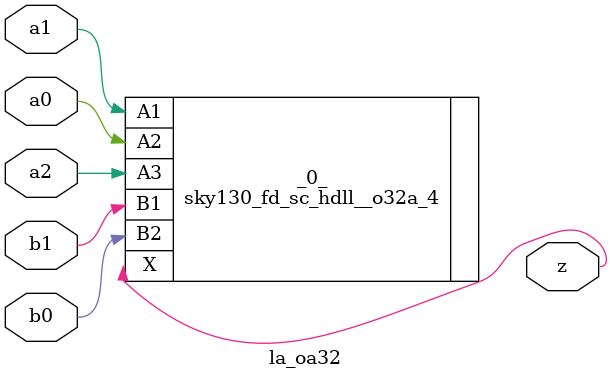
<source format=v>

/* Generated by Yosys 0.37 (git sha1 a5c7f69ed, clang 14.0.0-1ubuntu1.1 -fPIC -Os) */

module la_oa32(a0, a1, a2, b0, b1, z);
  input a0;
  wire a0;
  input a1;
  wire a1;
  input a2;
  wire a2;
  input b0;
  wire b0;
  input b1;
  wire b1;
  output z;
  wire z;
  sky130_fd_sc_hdll__o32a_4 _0_ (
    .A1(a1),
    .A2(a0),
    .A3(a2),
    .B1(b1),
    .B2(b0),
    .X(z)
  );
endmodule

</source>
